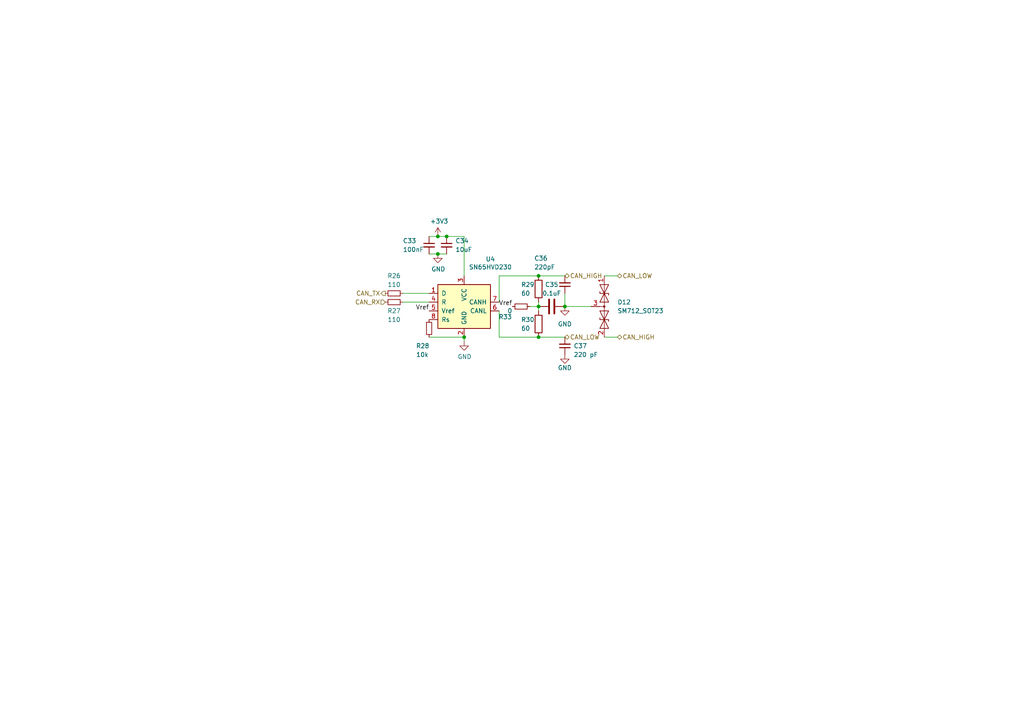
<source format=kicad_sch>
(kicad_sch (version 20211123) (generator eeschema)

  (uuid 58dc14f9-c158-4824-a84e-24a6a482a7a4)

  (paper "A4")

  (lib_symbols
    (symbol "Device:C" (pin_numbers hide) (pin_names (offset 0.254)) (in_bom yes) (on_board yes)
      (property "Reference" "C" (id 0) (at 0.635 2.54 0)
        (effects (font (size 1.27 1.27)) (justify left))
      )
      (property "Value" "C" (id 1) (at 0.635 -2.54 0)
        (effects (font (size 1.27 1.27)) (justify left))
      )
      (property "Footprint" "" (id 2) (at 0.9652 -3.81 0)
        (effects (font (size 1.27 1.27)) hide)
      )
      (property "Datasheet" "~" (id 3) (at 0 0 0)
        (effects (font (size 1.27 1.27)) hide)
      )
      (property "ki_keywords" "cap capacitor" (id 4) (at 0 0 0)
        (effects (font (size 1.27 1.27)) hide)
      )
      (property "ki_description" "Unpolarized capacitor" (id 5) (at 0 0 0)
        (effects (font (size 1.27 1.27)) hide)
      )
      (property "ki_fp_filters" "C_*" (id 6) (at 0 0 0)
        (effects (font (size 1.27 1.27)) hide)
      )
      (symbol "C_0_1"
        (polyline
          (pts
            (xy -2.032 -0.762)
            (xy 2.032 -0.762)
          )
          (stroke (width 0.508) (type default) (color 0 0 0 0))
          (fill (type none))
        )
        (polyline
          (pts
            (xy -2.032 0.762)
            (xy 2.032 0.762)
          )
          (stroke (width 0.508) (type default) (color 0 0 0 0))
          (fill (type none))
        )
      )
      (symbol "C_1_1"
        (pin passive line (at 0 3.81 270) (length 2.794)
          (name "~" (effects (font (size 1.27 1.27))))
          (number "1" (effects (font (size 1.27 1.27))))
        )
        (pin passive line (at 0 -3.81 90) (length 2.794)
          (name "~" (effects (font (size 1.27 1.27))))
          (number "2" (effects (font (size 1.27 1.27))))
        )
      )
    )
    (symbol "Device:C_Small" (pin_numbers hide) (pin_names (offset 0.254) hide) (in_bom yes) (on_board yes)
      (property "Reference" "C" (id 0) (at 0.254 1.778 0)
        (effects (font (size 1.27 1.27)) (justify left))
      )
      (property "Value" "C_Small" (id 1) (at 0.254 -2.032 0)
        (effects (font (size 1.27 1.27)) (justify left))
      )
      (property "Footprint" "" (id 2) (at 0 0 0)
        (effects (font (size 1.27 1.27)) hide)
      )
      (property "Datasheet" "~" (id 3) (at 0 0 0)
        (effects (font (size 1.27 1.27)) hide)
      )
      (property "ki_keywords" "capacitor cap" (id 4) (at 0 0 0)
        (effects (font (size 1.27 1.27)) hide)
      )
      (property "ki_description" "Unpolarized capacitor, small symbol" (id 5) (at 0 0 0)
        (effects (font (size 1.27 1.27)) hide)
      )
      (property "ki_fp_filters" "C_*" (id 6) (at 0 0 0)
        (effects (font (size 1.27 1.27)) hide)
      )
      (symbol "C_Small_0_1"
        (polyline
          (pts
            (xy -1.524 -0.508)
            (xy 1.524 -0.508)
          )
          (stroke (width 0.3302) (type default) (color 0 0 0 0))
          (fill (type none))
        )
        (polyline
          (pts
            (xy -1.524 0.508)
            (xy 1.524 0.508)
          )
          (stroke (width 0.3048) (type default) (color 0 0 0 0))
          (fill (type none))
        )
      )
      (symbol "C_Small_1_1"
        (pin passive line (at 0 2.54 270) (length 2.032)
          (name "~" (effects (font (size 1.27 1.27))))
          (number "1" (effects (font (size 1.27 1.27))))
        )
        (pin passive line (at 0 -2.54 90) (length 2.032)
          (name "~" (effects (font (size 1.27 1.27))))
          (number "2" (effects (font (size 1.27 1.27))))
        )
      )
    )
    (symbol "Device:R" (pin_numbers hide) (pin_names (offset 0)) (in_bom yes) (on_board yes)
      (property "Reference" "R" (id 0) (at 2.032 0 90)
        (effects (font (size 1.27 1.27)))
      )
      (property "Value" "R" (id 1) (at 0 0 90)
        (effects (font (size 1.27 1.27)))
      )
      (property "Footprint" "" (id 2) (at -1.778 0 90)
        (effects (font (size 1.27 1.27)) hide)
      )
      (property "Datasheet" "~" (id 3) (at 0 0 0)
        (effects (font (size 1.27 1.27)) hide)
      )
      (property "ki_keywords" "R res resistor" (id 4) (at 0 0 0)
        (effects (font (size 1.27 1.27)) hide)
      )
      (property "ki_description" "Resistor" (id 5) (at 0 0 0)
        (effects (font (size 1.27 1.27)) hide)
      )
      (property "ki_fp_filters" "R_*" (id 6) (at 0 0 0)
        (effects (font (size 1.27 1.27)) hide)
      )
      (symbol "R_0_1"
        (rectangle (start -1.016 -2.54) (end 1.016 2.54)
          (stroke (width 0.254) (type default) (color 0 0 0 0))
          (fill (type none))
        )
      )
      (symbol "R_1_1"
        (pin passive line (at 0 3.81 270) (length 1.27)
          (name "~" (effects (font (size 1.27 1.27))))
          (number "1" (effects (font (size 1.27 1.27))))
        )
        (pin passive line (at 0 -3.81 90) (length 1.27)
          (name "~" (effects (font (size 1.27 1.27))))
          (number "2" (effects (font (size 1.27 1.27))))
        )
      )
    )
    (symbol "Device:R_Small" (pin_numbers hide) (pin_names (offset 0.254) hide) (in_bom yes) (on_board yes)
      (property "Reference" "R" (id 0) (at 0.762 0.508 0)
        (effects (font (size 1.27 1.27)) (justify left))
      )
      (property "Value" "R_Small" (id 1) (at 0.762 -1.016 0)
        (effects (font (size 1.27 1.27)) (justify left))
      )
      (property "Footprint" "" (id 2) (at 0 0 0)
        (effects (font (size 1.27 1.27)) hide)
      )
      (property "Datasheet" "~" (id 3) (at 0 0 0)
        (effects (font (size 1.27 1.27)) hide)
      )
      (property "ki_keywords" "R resistor" (id 4) (at 0 0 0)
        (effects (font (size 1.27 1.27)) hide)
      )
      (property "ki_description" "Resistor, small symbol" (id 5) (at 0 0 0)
        (effects (font (size 1.27 1.27)) hide)
      )
      (property "ki_fp_filters" "R_*" (id 6) (at 0 0 0)
        (effects (font (size 1.27 1.27)) hide)
      )
      (symbol "R_Small_0_1"
        (rectangle (start -0.762 1.778) (end 0.762 -1.778)
          (stroke (width 0.2032) (type default) (color 0 0 0 0))
          (fill (type none))
        )
      )
      (symbol "R_Small_1_1"
        (pin passive line (at 0 2.54 270) (length 0.762)
          (name "~" (effects (font (size 1.27 1.27))))
          (number "1" (effects (font (size 1.27 1.27))))
        )
        (pin passive line (at 0 -2.54 90) (length 0.762)
          (name "~" (effects (font (size 1.27 1.27))))
          (number "2" (effects (font (size 1.27 1.27))))
        )
      )
    )
    (symbol "Diode:SM712_SOT23" (pin_names (offset 1.016) hide) (in_bom yes) (on_board yes)
      (property "Reference" "D" (id 0) (at 0 4.445 0)
        (effects (font (size 1.27 1.27)))
      )
      (property "Value" "SM712_SOT23" (id 1) (at 0 2.54 0)
        (effects (font (size 1.27 1.27)))
      )
      (property "Footprint" "Package_TO_SOT_SMD:SOT-23" (id 2) (at 0 -8.89 0)
        (effects (font (size 1.27 1.27)) hide)
      )
      (property "Datasheet" "https://www.littelfuse.com/~/media/electronics/datasheets/tvs_diode_arrays/littelfuse_tvs_diode_array_sm712_datasheet.pdf.pdf" (id 3) (at -3.81 0 0)
        (effects (font (size 1.27 1.27)) hide)
      )
      (property "ki_keywords" "transient voltage suppressor thyrector transil" (id 4) (at 0 0 0)
        (effects (font (size 1.27 1.27)) hide)
      )
      (property "ki_description" "7V/12V, 600W Asymmetrical TVS Diode Array, SOT-23" (id 5) (at 0 0 0)
        (effects (font (size 1.27 1.27)) hide)
      )
      (property "ki_fp_filters" "SOT?23*" (id 6) (at 0 0 0)
        (effects (font (size 1.27 1.27)) hide)
      )
      (symbol "SM712_SOT23_0_0"
        (polyline
          (pts
            (xy 0 -1.27)
            (xy 0 0)
          )
          (stroke (width 0) (type default) (color 0 0 0 0))
          (fill (type none))
        )
      )
      (symbol "SM712_SOT23_0_1"
        (polyline
          (pts
            (xy -6.35 0)
            (xy 6.35 0)
          )
          (stroke (width 0) (type default) (color 0 0 0 0))
          (fill (type none))
        )
        (polyline
          (pts
            (xy -3.302 1.27)
            (xy -3.81 1.27)
            (xy -3.81 -1.27)
            (xy -4.318 -1.27)
          )
          (stroke (width 0.2032) (type default) (color 0 0 0 0))
          (fill (type none))
        )
        (polyline
          (pts
            (xy 4.318 1.27)
            (xy 3.81 1.27)
            (xy 3.81 -1.27)
            (xy 3.302 -1.27)
          )
          (stroke (width 0.2032) (type default) (color 0 0 0 0))
          (fill (type none))
        )
        (polyline
          (pts
            (xy -6.35 -1.27)
            (xy -1.27 1.27)
            (xy -1.27 -1.27)
            (xy -6.35 1.27)
            (xy -6.35 -1.27)
          )
          (stroke (width 0.2032) (type default) (color 0 0 0 0))
          (fill (type none))
        )
        (polyline
          (pts
            (xy 1.27 -1.27)
            (xy 1.27 1.27)
            (xy 6.35 -1.27)
            (xy 6.35 1.27)
            (xy 1.27 -1.27)
          )
          (stroke (width 0.2032) (type default) (color 0 0 0 0))
          (fill (type none))
        )
        (circle (center 0 0) (radius 0.254)
          (stroke (width 0) (type default) (color 0 0 0 0))
          (fill (type outline))
        )
      )
      (symbol "SM712_SOT23_1_1"
        (pin passive line (at -8.89 0 0) (length 2.54)
          (name "A1" (effects (font (size 1.27 1.27))))
          (number "1" (effects (font (size 1.27 1.27))))
        )
        (pin passive line (at 8.89 0 180) (length 2.54)
          (name "A2" (effects (font (size 1.27 1.27))))
          (number "2" (effects (font (size 1.27 1.27))))
        )
        (pin input line (at 0 -3.81 90) (length 2.54)
          (name "common" (effects (font (size 1.27 1.27))))
          (number "3" (effects (font (size 1.27 1.27))))
        )
      )
    )
    (symbol "Interface_CAN_LIN:SN65HVD230" (pin_names (offset 1.016)) (in_bom yes) (on_board yes)
      (property "Reference" "U" (id 0) (at -2.54 10.16 0)
        (effects (font (size 1.27 1.27)) (justify right))
      )
      (property "Value" "SN65HVD230" (id 1) (at -2.54 7.62 0)
        (effects (font (size 1.27 1.27)) (justify right))
      )
      (property "Footprint" "Package_SO:SOIC-8_3.9x4.9mm_P1.27mm" (id 2) (at 0 -12.7 0)
        (effects (font (size 1.27 1.27)) hide)
      )
      (property "Datasheet" "http://www.ti.com/lit/ds/symlink/sn65hvd230.pdf" (id 3) (at -2.54 10.16 0)
        (effects (font (size 1.27 1.27)) hide)
      )
      (property "ki_keywords" "can transeiver ti low-power" (id 4) (at 0 0 0)
        (effects (font (size 1.27 1.27)) hide)
      )
      (property "ki_description" "CAN Bus Transceivers, 3.3V, 1Mbps, Low-Power capabilities, SOIC-8" (id 5) (at 0 0 0)
        (effects (font (size 1.27 1.27)) hide)
      )
      (property "ki_fp_filters" "SOIC*3.9x4.9mm*P1.27mm*" (id 6) (at 0 0 0)
        (effects (font (size 1.27 1.27)) hide)
      )
      (symbol "SN65HVD230_0_1"
        (rectangle (start -7.62 5.08) (end 7.62 -7.62)
          (stroke (width 0.254) (type default) (color 0 0 0 0))
          (fill (type background))
        )
      )
      (symbol "SN65HVD230_1_1"
        (pin input line (at -10.16 2.54 0) (length 2.54)
          (name "D" (effects (font (size 1.27 1.27))))
          (number "1" (effects (font (size 1.27 1.27))))
        )
        (pin power_in line (at 0 -10.16 90) (length 2.54)
          (name "GND" (effects (font (size 1.27 1.27))))
          (number "2" (effects (font (size 1.27 1.27))))
        )
        (pin power_in line (at 0 7.62 270) (length 2.54)
          (name "VCC" (effects (font (size 1.27 1.27))))
          (number "3" (effects (font (size 1.27 1.27))))
        )
        (pin output line (at -10.16 0 0) (length 2.54)
          (name "R" (effects (font (size 1.27 1.27))))
          (number "4" (effects (font (size 1.27 1.27))))
        )
        (pin output line (at -10.16 -2.54 0) (length 2.54)
          (name "Vref" (effects (font (size 1.27 1.27))))
          (number "5" (effects (font (size 1.27 1.27))))
        )
        (pin bidirectional line (at 10.16 -2.54 180) (length 2.54)
          (name "CANL" (effects (font (size 1.27 1.27))))
          (number "6" (effects (font (size 1.27 1.27))))
        )
        (pin bidirectional line (at 10.16 0 180) (length 2.54)
          (name "CANH" (effects (font (size 1.27 1.27))))
          (number "7" (effects (font (size 1.27 1.27))))
        )
        (pin input line (at -10.16 -5.08 0) (length 2.54)
          (name "Rs" (effects (font (size 1.27 1.27))))
          (number "8" (effects (font (size 1.27 1.27))))
        )
      )
    )
    (symbol "power:+3.3V" (power) (pin_names (offset 0)) (in_bom yes) (on_board yes)
      (property "Reference" "#PWR" (id 0) (at 0 -3.81 0)
        (effects (font (size 1.27 1.27)) hide)
      )
      (property "Value" "+3.3V" (id 1) (at 0 3.556 0)
        (effects (font (size 1.27 1.27)))
      )
      (property "Footprint" "" (id 2) (at 0 0 0)
        (effects (font (size 1.27 1.27)) hide)
      )
      (property "Datasheet" "" (id 3) (at 0 0 0)
        (effects (font (size 1.27 1.27)) hide)
      )
      (property "ki_keywords" "power-flag" (id 4) (at 0 0 0)
        (effects (font (size 1.27 1.27)) hide)
      )
      (property "ki_description" "Power symbol creates a global label with name \"+3.3V\"" (id 5) (at 0 0 0)
        (effects (font (size 1.27 1.27)) hide)
      )
      (symbol "+3.3V_0_1"
        (polyline
          (pts
            (xy -0.762 1.27)
            (xy 0 2.54)
          )
          (stroke (width 0) (type default) (color 0 0 0 0))
          (fill (type none))
        )
        (polyline
          (pts
            (xy 0 0)
            (xy 0 2.54)
          )
          (stroke (width 0) (type default) (color 0 0 0 0))
          (fill (type none))
        )
        (polyline
          (pts
            (xy 0 2.54)
            (xy 0.762 1.27)
          )
          (stroke (width 0) (type default) (color 0 0 0 0))
          (fill (type none))
        )
      )
      (symbol "+3.3V_1_1"
        (pin power_in line (at 0 0 90) (length 0) hide
          (name "+3V3" (effects (font (size 1.27 1.27))))
          (number "1" (effects (font (size 1.27 1.27))))
        )
      )
    )
    (symbol "power:GND" (power) (pin_names (offset 0)) (in_bom yes) (on_board yes)
      (property "Reference" "#PWR" (id 0) (at 0 -6.35 0)
        (effects (font (size 1.27 1.27)) hide)
      )
      (property "Value" "GND" (id 1) (at 0 -3.81 0)
        (effects (font (size 1.27 1.27)))
      )
      (property "Footprint" "" (id 2) (at 0 0 0)
        (effects (font (size 1.27 1.27)) hide)
      )
      (property "Datasheet" "" (id 3) (at 0 0 0)
        (effects (font (size 1.27 1.27)) hide)
      )
      (property "ki_keywords" "power-flag" (id 4) (at 0 0 0)
        (effects (font (size 1.27 1.27)) hide)
      )
      (property "ki_description" "Power symbol creates a global label with name \"GND\" , ground" (id 5) (at 0 0 0)
        (effects (font (size 1.27 1.27)) hide)
      )
      (symbol "GND_0_1"
        (polyline
          (pts
            (xy 0 0)
            (xy 0 -1.27)
            (xy 1.27 -1.27)
            (xy 0 -2.54)
            (xy -1.27 -1.27)
            (xy 0 -1.27)
          )
          (stroke (width 0) (type default) (color 0 0 0 0))
          (fill (type none))
        )
      )
      (symbol "GND_1_1"
        (pin power_in line (at 0 0 270) (length 0) hide
          (name "GND" (effects (font (size 1.27 1.27))))
          (number "1" (effects (font (size 1.27 1.27))))
        )
      )
    )
  )

  (junction (at 156.21 88.9) (diameter 0) (color 0 0 0 0)
    (uuid 2721e00b-3024-4b49-84cb-0a6dc6bf1080)
  )
  (junction (at 156.21 80.01) (diameter 0) (color 0 0 0 0)
    (uuid 2c305703-3966-433f-a6f8-a6ae00035ee4)
  )
  (junction (at 129.54 68.58) (diameter 0) (color 0 0 0 0)
    (uuid 365f3579-5620-46d3-91db-c73509274d4f)
  )
  (junction (at 163.83 88.9) (diameter 0) (color 0 0 0 0)
    (uuid 67ba57a7-a16e-4aa8-8f01-c3d4b455de0e)
  )
  (junction (at 156.21 97.79) (diameter 0) (color 0 0 0 0)
    (uuid 9cbc95c6-541a-457c-99c9-f0940b8421b1)
  )
  (junction (at 127 68.58) (diameter 0) (color 0 0 0 0)
    (uuid b9243f32-dec4-4ce4-9135-296b9a4faaad)
  )
  (junction (at 134.62 97.79) (diameter 0) (color 0 0 0 0)
    (uuid be75b37b-9c0e-448c-a8a9-e9c9aa0a3d51)
  )
  (junction (at 127 73.66) (diameter 0) (color 0 0 0 0)
    (uuid fe67a023-166a-4159-b018-0c847785d6fa)
  )

  (wire (pts (xy 175.26 97.79) (xy 179.07 97.79))
    (stroke (width 0) (type default) (color 0 0 0 0))
    (uuid 004ee8ee-666d-437c-a0c0-8bfd64f211c8)
  )
  (wire (pts (xy 134.62 68.58) (xy 134.62 80.01))
    (stroke (width 0) (type default) (color 0 0 0 0))
    (uuid 0b7542b1-d4a5-4aec-8ea5-110b5fa3b496)
  )
  (wire (pts (xy 124.46 73.66) (xy 127 73.66))
    (stroke (width 0) (type default) (color 0 0 0 0))
    (uuid 27b54dcf-cf59-47b6-b4b5-6cb225ea335a)
  )
  (wire (pts (xy 144.78 90.17) (xy 144.78 97.79))
    (stroke (width 0) (type default) (color 0 0 0 0))
    (uuid 27cb800c-91f2-4581-a3df-283140f8de7a)
  )
  (wire (pts (xy 163.83 85.09) (xy 163.83 88.9))
    (stroke (width 0) (type default) (color 0 0 0 0))
    (uuid 33b30c1e-0c8b-428a-9cc0-88e1b39db179)
  )
  (wire (pts (xy 127 68.58) (xy 129.54 68.58))
    (stroke (width 0) (type default) (color 0 0 0 0))
    (uuid 3f60c039-330f-4f69-9cc9-3e4bb05f77b6)
  )
  (wire (pts (xy 163.83 88.9) (xy 171.45 88.9))
    (stroke (width 0) (type default) (color 0 0 0 0))
    (uuid 42549dab-3d39-4fd2-a300-f5bac3018b6b)
  )
  (wire (pts (xy 116.84 87.63) (xy 124.46 87.63))
    (stroke (width 0) (type default) (color 0 0 0 0))
    (uuid 4fbc0dd6-499e-46bf-b453-8865e610d54c)
  )
  (wire (pts (xy 156.21 97.79) (xy 163.83 97.79))
    (stroke (width 0) (type default) (color 0 0 0 0))
    (uuid 5c127e1d-9054-40de-b6da-6ff907316b45)
  )
  (wire (pts (xy 144.78 80.01) (xy 156.21 80.01))
    (stroke (width 0) (type default) (color 0 0 0 0))
    (uuid 5e67fd59-cd40-4944-86ed-116074a90f19)
  )
  (wire (pts (xy 156.21 88.9) (xy 156.21 90.17))
    (stroke (width 0) (type default) (color 0 0 0 0))
    (uuid 63e02256-f03f-4cb0-a3e7-95d5e2f9b9e7)
  )
  (wire (pts (xy 175.26 80.01) (xy 179.07 80.01))
    (stroke (width 0) (type default) (color 0 0 0 0))
    (uuid 73de24e2-b5fe-46dc-a394-fa8483f46b2c)
  )
  (wire (pts (xy 129.54 68.58) (xy 134.62 68.58))
    (stroke (width 0) (type default) (color 0 0 0 0))
    (uuid 85b0737e-a181-4a0f-891c-2b09a62e8758)
  )
  (wire (pts (xy 116.84 85.09) (xy 124.46 85.09))
    (stroke (width 0) (type default) (color 0 0 0 0))
    (uuid 86e29d56-af4c-40fe-8fb4-6d774d3564c0)
  )
  (wire (pts (xy 144.78 97.79) (xy 156.21 97.79))
    (stroke (width 0) (type default) (color 0 0 0 0))
    (uuid 87b056ce-c433-4082-bd07-29a24fd1dfc2)
  )
  (wire (pts (xy 156.21 87.63) (xy 156.21 88.9))
    (stroke (width 0) (type default) (color 0 0 0 0))
    (uuid 983eed90-32b1-432e-a36f-f9ca56bf3fa5)
  )
  (wire (pts (xy 124.46 97.79) (xy 134.62 97.79))
    (stroke (width 0) (type default) (color 0 0 0 0))
    (uuid 9a9b3927-c7e1-4560-999f-db27cf281135)
  )
  (wire (pts (xy 124.46 68.58) (xy 127 68.58))
    (stroke (width 0) (type default) (color 0 0 0 0))
    (uuid a167e8c4-c67c-4825-ad64-818b06ec0b1f)
  )
  (wire (pts (xy 134.62 99.06) (xy 134.62 97.79))
    (stroke (width 0) (type default) (color 0 0 0 0))
    (uuid c2bdd96b-ae16-41e0-9c01-22c8cd929bb9)
  )
  (wire (pts (xy 156.21 80.01) (xy 163.83 80.01))
    (stroke (width 0) (type default) (color 0 0 0 0))
    (uuid c4aab532-438e-48c5-96a3-46d009f65785)
  )
  (wire (pts (xy 144.78 87.63) (xy 144.78 80.01))
    (stroke (width 0) (type default) (color 0 0 0 0))
    (uuid d4c327da-8bbe-4734-99a6-a6c90a8a09d8)
  )
  (wire (pts (xy 153.67 88.9) (xy 156.21 88.9))
    (stroke (width 0) (type default) (color 0 0 0 0))
    (uuid e5681570-85e6-446e-97ae-b1ef6bf7d340)
  )
  (wire (pts (xy 127 73.66) (xy 129.54 73.66))
    (stroke (width 0) (type default) (color 0 0 0 0))
    (uuid f6158508-a274-400f-9575-35f11f72d70d)
  )

  (label "Vref" (at 124.46 90.17 180)
    (effects (font (size 1.27 1.27)) (justify right bottom))
    (uuid 85878c11-d4b5-4d11-a6be-f032d8348a4d)
  )
  (label "Vref" (at 148.59 88.9 180)
    (effects (font (size 1.27 1.27)) (justify right bottom))
    (uuid ceaec669-42ab-4740-975c-9af0f9579f52)
  )

  (hierarchical_label "CAN_RX" (shape input) (at 111.76 87.63 180)
    (effects (font (size 1.27 1.27)) (justify right))
    (uuid 13abf99d-5265-4779-8973-e94370fd18ff)
  )
  (hierarchical_label "CAN_HIGH" (shape bidirectional) (at 163.83 80.01 0)
    (effects (font (size 1.27 1.27)) (justify left))
    (uuid 52d50990-7239-4271-ab7f-bd767c23b436)
  )
  (hierarchical_label "CAN_TX" (shape output) (at 111.76 85.09 180)
    (effects (font (size 1.27 1.27)) (justify right))
    (uuid a05d7640-f2f6-4ba7-8c51-5a4af431fc13)
  )
  (hierarchical_label "CAN_HIGH" (shape bidirectional) (at 179.07 97.79 0)
    (effects (font (size 1.27 1.27)) (justify left))
    (uuid bd1609c1-9e92-4ee5-b01d-8d00f8dc62fa)
  )
  (hierarchical_label "CAN_LOW" (shape bidirectional) (at 179.07 80.01 0)
    (effects (font (size 1.27 1.27)) (justify left))
    (uuid d9b4b9ec-e761-4f6a-8f3c-09025e57fd3d)
  )
  (hierarchical_label "CAN_LOW" (shape bidirectional) (at 163.83 97.79 0)
    (effects (font (size 1.27 1.27)) (justify left))
    (uuid f5416ddf-59ed-4f48-b51e-bab29af9d5f1)
  )

  (symbol (lib_id "power:GND") (at 134.62 99.06 0) (unit 1)
    (in_bom yes) (on_board yes)
    (uuid 00000000-0000-0000-0000-000061946eb3)
    (property "Reference" "#PWR0130" (id 0) (at 134.62 105.41 0)
      (effects (font (size 1.27 1.27)) hide)
    )
    (property "Value" "GND" (id 1) (at 134.747 103.4542 0))
    (property "Footprint" "" (id 2) (at 134.62 99.06 0)
      (effects (font (size 1.27 1.27)) hide)
    )
    (property "Datasheet" "" (id 3) (at 134.62 99.06 0)
      (effects (font (size 1.27 1.27)) hide)
    )
    (pin "1" (uuid a56d1fde-b4ad-42de-a848-9c94bc0cbe09))
  )

  (symbol (lib_id "power:+3.3V") (at 127 68.58 0) (unit 1)
    (in_bom yes) (on_board yes)
    (uuid 00000000-0000-0000-0000-000061946eb9)
    (property "Reference" "#PWR0131" (id 0) (at 127 72.39 0)
      (effects (font (size 1.27 1.27)) hide)
    )
    (property "Value" "+3.3V" (id 1) (at 127.381 64.1858 0))
    (property "Footprint" "" (id 2) (at 127 68.58 0)
      (effects (font (size 1.27 1.27)) hide)
    )
    (property "Datasheet" "" (id 3) (at 127 68.58 0)
      (effects (font (size 1.27 1.27)) hide)
    )
    (pin "1" (uuid 510813ff-4301-4d7b-b640-805049ac6194))
  )

  (symbol (lib_id "Interface_CAN_LIN:SN65HVD230") (at 134.62 87.63 0) (unit 1)
    (in_bom yes) (on_board yes)
    (uuid 00000000-0000-0000-0000-000061946ec3)
    (property "Reference" "U4" (id 0) (at 142.24 75.1586 0))
    (property "Value" "SN65HVD230" (id 1) (at 142.24 77.47 0))
    (property "Footprint" "Package_SO:SOIC-8_3.9x4.9mm_P1.27mm" (id 2) (at 134.62 100.33 0)
      (effects (font (size 1.27 1.27)) hide)
    )
    (property "Datasheet" "http://www.ti.com/lit/ds/symlink/sn65hvd230.pdf" (id 3) (at 132.08 77.47 0)
      (effects (font (size 1.27 1.27)) hide)
    )
    (pin "1" (uuid 6bdf4c09-0d97-4f84-a45b-4830c8cb3132))
    (pin "2" (uuid 8524da93-8e55-4af1-8974-d6a0c4c21263))
    (pin "3" (uuid dfe0615d-48dd-4d5e-ae77-f5a2410688c9))
    (pin "4" (uuid cdce2be4-88ef-44ed-b591-e6404a14a2cf))
    (pin "5" (uuid 64d84e49-aaf5-4eba-8a78-1b20287a1fe2))
    (pin "6" (uuid 5f9c5087-aeae-41db-97be-1dd276294553))
    (pin "7" (uuid ab15be4c-1efb-422a-9053-a5c97ba751b0))
    (pin "8" (uuid 570ee06f-38f1-44a9-ae2b-f08cf56305e0))
  )

  (symbol (lib_id "Device:C_Small") (at 129.54 71.12 0) (unit 1)
    (in_bom yes) (on_board yes) (fields_autoplaced)
    (uuid 06b0d844-1c7a-43fd-b8a5-ad8e34e13aac)
    (property "Reference" "C34" (id 0) (at 132.08 69.8562 0)
      (effects (font (size 1.27 1.27)) (justify left))
    )
    (property "Value" "10uF" (id 1) (at 132.08 72.3962 0)
      (effects (font (size 1.27 1.27)) (justify left))
    )
    (property "Footprint" "Capacitor_SMD:C_0603_1608Metric" (id 2) (at 129.54 71.12 0)
      (effects (font (size 1.27 1.27)) hide)
    )
    (property "Datasheet" "~" (id 3) (at 129.54 71.12 0)
      (effects (font (size 1.27 1.27)) hide)
    )
    (pin "1" (uuid 10b20214-515e-42bb-84a6-3f883f19ddfd))
    (pin "2" (uuid 4d2216bc-b14e-4a5b-b3c8-81ce9666e6b8))
  )

  (symbol (lib_id "Device:C_Small") (at 163.83 82.55 180) (unit 1)
    (in_bom yes) (on_board yes)
    (uuid 23622c20-4a70-4ee7-b39c-f5519633413f)
    (property "Reference" "C36" (id 0) (at 154.94 74.93 0)
      (effects (font (size 1.27 1.27)) (justify right))
    )
    (property "Value" "220pF" (id 1) (at 154.94 77.47 0)
      (effects (font (size 1.27 1.27)) (justify right))
    )
    (property "Footprint" "Capacitor_SMD:C_0603_1608Metric" (id 2) (at 163.83 82.55 0)
      (effects (font (size 1.27 1.27)) hide)
    )
    (property "Datasheet" "~" (id 3) (at 163.83 82.55 0)
      (effects (font (size 1.27 1.27)) hide)
    )
    (pin "1" (uuid 6a8c2151-de75-4ce4-92b6-d503d15c9ad4))
    (pin "2" (uuid 75f2870c-086d-4bb5-b7c6-e85cea1de9f0))
  )

  (symbol (lib_id "Diode:SM712_SOT23") (at 175.26 88.9 270) (unit 1)
    (in_bom yes) (on_board yes)
    (uuid 4717c16e-4caf-41db-976f-f247d2a86ecc)
    (property "Reference" "D12" (id 0) (at 179.07 87.63 90)
      (effects (font (size 1.27 1.27)) (justify left))
    )
    (property "Value" "SM712_SOT23" (id 1) (at 179.07 90.17 90)
      (effects (font (size 1.27 1.27)) (justify left))
    )
    (property "Footprint" "Package_TO_SOT_SMD:SOT-23" (id 2) (at 166.37 88.9 0)
      (effects (font (size 1.27 1.27)) hide)
    )
    (property "Datasheet" "https://www.littelfuse.com/~/media/electronics/datasheets/tvs_diode_arrays/littelfuse_tvs_diode_array_sm712_datasheet.pdf.pdf" (id 3) (at 175.26 85.09 0)
      (effects (font (size 1.27 1.27)) hide)
    )
    (pin "1" (uuid 61d401ba-9a92-46cf-9e74-830b4bae03e8))
    (pin "2" (uuid 0fd63885-740c-4de9-912d-b4c053174f76))
    (pin "3" (uuid c3ea2a06-1773-4450-9273-f6d2533c8ea8))
  )

  (symbol (lib_id "Device:R_Small") (at 114.3 87.63 90) (unit 1)
    (in_bom yes) (on_board yes)
    (uuid 476229cc-ca1e-4a0f-8f09-96ad5be435cb)
    (property "Reference" "R27" (id 0) (at 114.3 90.17 90))
    (property "Value" "110" (id 1) (at 114.3 92.71 90))
    (property "Footprint" "Resistor_SMD:R_0603_1608Metric" (id 2) (at 114.3 87.63 0)
      (effects (font (size 1.27 1.27)) hide)
    )
    (property "Datasheet" "~" (id 3) (at 114.3 87.63 0)
      (effects (font (size 1.27 1.27)) hide)
    )
    (pin "1" (uuid 993ff105-4d18-4c9e-91c5-e8c562468585))
    (pin "2" (uuid 5e07ba15-f0a7-44ae-8349-208976b3deb4))
  )

  (symbol (lib_id "power:GND") (at 163.83 88.9 0) (unit 1)
    (in_bom yes) (on_board yes) (fields_autoplaced)
    (uuid 49208f5a-f73e-42f1-9d7d-382d975bd991)
    (property "Reference" "#PWR0146" (id 0) (at 163.83 95.25 0)
      (effects (font (size 1.27 1.27)) hide)
    )
    (property "Value" "GND" (id 1) (at 163.83 93.98 0))
    (property "Footprint" "" (id 2) (at 163.83 88.9 0)
      (effects (font (size 1.27 1.27)) hide)
    )
    (property "Datasheet" "" (id 3) (at 163.83 88.9 0)
      (effects (font (size 1.27 1.27)) hide)
    )
    (pin "1" (uuid 7279e70a-593e-4bf1-954b-79591693ce8a))
  )

  (symbol (lib_id "Device:R_Small") (at 114.3 85.09 90) (unit 1)
    (in_bom yes) (on_board yes)
    (uuid 4ebf59df-bc69-439f-b9f2-cb433efbca66)
    (property "Reference" "R26" (id 0) (at 114.3 80.01 90))
    (property "Value" "110" (id 1) (at 114.3 82.55 90))
    (property "Footprint" "Resistor_SMD:R_0603_1608Metric" (id 2) (at 114.3 85.09 0)
      (effects (font (size 1.27 1.27)) hide)
    )
    (property "Datasheet" "~" (id 3) (at 114.3 85.09 0)
      (effects (font (size 1.27 1.27)) hide)
    )
    (pin "1" (uuid 855c98fd-6e66-4fc3-bce0-c9b8c954024c))
    (pin "2" (uuid 8cfd6c77-b73a-48d8-bcbe-52bc42766614))
  )

  (symbol (lib_id "power:GND") (at 163.83 102.87 0) (unit 1)
    (in_bom yes) (on_board yes)
    (uuid 54c27e2d-52b9-4197-956b-7db5f761b4df)
    (property "Reference" "#PWR0151" (id 0) (at 163.83 109.22 0)
      (effects (font (size 1.27 1.27)) hide)
    )
    (property "Value" "GND" (id 1) (at 163.83 106.68 0))
    (property "Footprint" "" (id 2) (at 163.83 102.87 0)
      (effects (font (size 1.27 1.27)) hide)
    )
    (property "Datasheet" "" (id 3) (at 163.83 102.87 0)
      (effects (font (size 1.27 1.27)) hide)
    )
    (pin "1" (uuid 75828b44-2df4-489c-be52-aa6efeac5bb8))
  )

  (symbol (lib_id "Device:C_Small") (at 124.46 71.12 0) (unit 1)
    (in_bom yes) (on_board yes)
    (uuid 759646bf-5c31-420e-aff7-2c1a28ce32e1)
    (property "Reference" "C33" (id 0) (at 116.84 69.85 0)
      (effects (font (size 1.27 1.27)) (justify left))
    )
    (property "Value" "100nF" (id 1) (at 116.84 72.39 0)
      (effects (font (size 1.27 1.27)) (justify left))
    )
    (property "Footprint" "Capacitor_SMD:C_0603_1608Metric" (id 2) (at 124.46 71.12 0)
      (effects (font (size 1.27 1.27)) hide)
    )
    (property "Datasheet" "~" (id 3) (at 124.46 71.12 0)
      (effects (font (size 1.27 1.27)) hide)
    )
    (pin "1" (uuid 805ff4df-d739-4b80-8686-b130f0f1e4c4))
    (pin "2" (uuid f5ddb397-39ab-4fbf-9fd3-c48b6fed8346))
  )

  (symbol (lib_id "Device:R_Small") (at 151.13 88.9 90) (unit 1)
    (in_bom yes) (on_board yes)
    (uuid 9ac90fef-5760-4608-ab00-c4eb29058859)
    (property "Reference" "R33" (id 0) (at 148.5073 91.9112 90)
      (effects (font (size 1.27 1.27)) (justify left))
    )
    (property "Value" "0" (id 1) (at 148.59 90.17 90)
      (effects (font (size 1.27 1.27)) (justify left))
    )
    (property "Footprint" "Resistor_SMD:R_0603_1608Metric" (id 2) (at 151.13 88.9 0)
      (effects (font (size 1.27 1.27)) hide)
    )
    (property "Datasheet" "~" (id 3) (at 151.13 88.9 0)
      (effects (font (size 1.27 1.27)) hide)
    )
    (pin "1" (uuid 02404797-b49a-4a83-b41e-79f22fde02db))
    (pin "2" (uuid 5c9d36e8-7f55-4c5c-8951-f68307312c81))
  )

  (symbol (lib_id "Device:R_Small") (at 124.46 95.25 0) (unit 1)
    (in_bom yes) (on_board yes)
    (uuid c0a35b75-0e83-4311-add3-5a3930110d30)
    (property "Reference" "R28" (id 0) (at 120.65 100.33 0)
      (effects (font (size 1.27 1.27)) (justify left))
    )
    (property "Value" "10k" (id 1) (at 120.65 102.87 0)
      (effects (font (size 1.27 1.27)) (justify left))
    )
    (property "Footprint" "Resistor_SMD:R_0603_1608Metric" (id 2) (at 124.46 95.25 0)
      (effects (font (size 1.27 1.27)) hide)
    )
    (property "Datasheet" "~" (id 3) (at 124.46 95.25 0)
      (effects (font (size 1.27 1.27)) hide)
    )
    (pin "1" (uuid 0acf5207-dd79-49f1-8d0b-a23806cfadfa))
    (pin "2" (uuid 4a0df9af-6be8-477d-851f-90af9a31af0a))
  )

  (symbol (lib_id "Device:R") (at 156.21 93.98 0) (unit 1)
    (in_bom yes) (on_board yes)
    (uuid c363df37-be76-44cd-846e-5e1010ee0d3e)
    (property "Reference" "R30" (id 0) (at 151.13 92.71 0)
      (effects (font (size 1.27 1.27)) (justify left))
    )
    (property "Value" "60" (id 1) (at 151.13 95.25 0)
      (effects (font (size 1.27 1.27)) (justify left))
    )
    (property "Footprint" "Resistor_SMD:R_0603_1608Metric" (id 2) (at 154.432 93.98 90)
      (effects (font (size 1.27 1.27)) hide)
    )
    (property "Datasheet" "~" (id 3) (at 156.21 93.98 0)
      (effects (font (size 1.27 1.27)) hide)
    )
    (pin "1" (uuid 90f3d599-bb98-41e3-85f2-638568426026))
    (pin "2" (uuid 666b110b-64b3-4b1b-b648-8cefb6eb0bcb))
  )

  (symbol (lib_id "Device:R") (at 156.21 83.82 0) (unit 1)
    (in_bom yes) (on_board yes)
    (uuid c4e42d16-8dbe-42af-a61a-faa72b95fe53)
    (property "Reference" "R29" (id 0) (at 151.13 82.55 0)
      (effects (font (size 1.27 1.27)) (justify left))
    )
    (property "Value" "60" (id 1) (at 151.13 85.09 0)
      (effects (font (size 1.27 1.27)) (justify left))
    )
    (property "Footprint" "Resistor_SMD:R_0603_1608Metric" (id 2) (at 154.432 83.82 90)
      (effects (font (size 1.27 1.27)) hide)
    )
    (property "Datasheet" "~" (id 3) (at 156.21 83.82 0)
      (effects (font (size 1.27 1.27)) hide)
    )
    (pin "1" (uuid 7aa89fde-e48a-459c-a6d3-ab42cc193dc3))
    (pin "2" (uuid d6841618-1848-4345-b481-0df763199957))
  )

  (symbol (lib_id "Device:C") (at 160.02 88.9 90) (unit 1)
    (in_bom yes) (on_board yes)
    (uuid c905e3f6-13b1-4d5f-8bb5-930cfa107996)
    (property "Reference" "C35" (id 0) (at 160.02 82.55 90))
    (property "Value" "0.1uF" (id 1) (at 160.02 85.09 90))
    (property "Footprint" "Capacitor_SMD:C_0603_1608Metric" (id 2) (at 163.83 87.9348 0)
      (effects (font (size 1.27 1.27)) hide)
    )
    (property "Datasheet" "~" (id 3) (at 160.02 88.9 0)
      (effects (font (size 1.27 1.27)) hide)
    )
    (pin "1" (uuid 661ee4cc-5365-4f1b-b95c-ab7b5ae3a4b3))
    (pin "2" (uuid 8295075a-cd4f-4e53-9e2b-b976b5e9ea64))
  )

  (symbol (lib_id "power:GND") (at 127 73.66 0) (unit 1)
    (in_bom yes) (on_board yes)
    (uuid d85aebac-c325-42de-8c8e-5349542a2954)
    (property "Reference" "#PWR0145" (id 0) (at 127 80.01 0)
      (effects (font (size 1.27 1.27)) hide)
    )
    (property "Value" "GND" (id 1) (at 127.127 78.0542 0))
    (property "Footprint" "" (id 2) (at 127 73.66 0)
      (effects (font (size 1.27 1.27)) hide)
    )
    (property "Datasheet" "" (id 3) (at 127 73.66 0)
      (effects (font (size 1.27 1.27)) hide)
    )
    (pin "1" (uuid 4c69aef8-d654-4204-8883-b2a00aa0121d))
  )

  (symbol (lib_id "Device:C_Small") (at 163.83 100.33 180) (unit 1)
    (in_bom yes) (on_board yes)
    (uuid f5a97da1-282d-43a4-ae5f-607cebde55a6)
    (property "Reference" "C37" (id 0) (at 166.37 100.33 0)
      (effects (font (size 1.27 1.27)) (justify right))
    )
    (property "Value" "220 pF" (id 1) (at 166.37 102.87 0)
      (effects (font (size 1.27 1.27)) (justify right))
    )
    (property "Footprint" "Capacitor_SMD:C_0603_1608Metric" (id 2) (at 163.83 100.33 0)
      (effects (font (size 1.27 1.27)) hide)
    )
    (property "Datasheet" "~" (id 3) (at 163.83 100.33 0)
      (effects (font (size 1.27 1.27)) hide)
    )
    (pin "1" (uuid c685cfd7-e386-40bf-bf60-826ff44dfc78))
    (pin "2" (uuid 38414853-6148-45ae-9788-69224b7341e0))
  )

  (sheet_instances
    (path "/" (page "1"))
  )

  (symbol_instances
    (path "/00000000-0000-0000-0000-000061946eb3"
      (reference "#PWR0130") (unit 1) (value "GND") (footprint "")
    )
    (path "/00000000-0000-0000-0000-000061946eb9"
      (reference "#PWR0131") (unit 1) (value "+3.3V") (footprint "")
    )
    (path "/00000000-0000-0000-0000-000061946ec3"
      (reference "U4") (unit 1) (value "SN65HVD230") (footprint "Package_SO:SOIC-8_3.9x4.9mm_P1.27mm")
    )
  )
)

</source>
